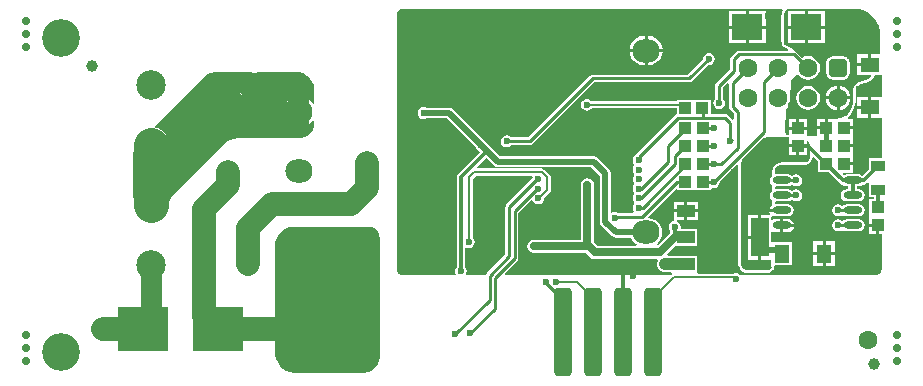
<source format=gtl>
G04 Layer_Physical_Order=1*
G04 Layer_Color=255*
%FSLAX44Y44*%
%MOMM*%
G71*
G01*
G75*
%ADD10C,1.0000*%
%ADD11R,1.0000X1.0000*%
%ADD12R,1.0000X1.0000*%
%ADD13R,1.5000X3.2500*%
%ADD14R,1.5000X1.0000*%
%ADD15R,2.6000X2.2000*%
%ADD16O,1.6000X0.6000*%
%ADD17R,1.6000X1.3000*%
%ADD18R,1.3000X1.6000*%
G04:AMPARAMS|DCode=19|XSize=1.524mm|YSize=7.5mm|CornerRadius=0.381mm|HoleSize=0mm|Usage=FLASHONLY|Rotation=0.000|XOffset=0mm|YOffset=0mm|HoleType=Round|Shape=RoundedRectangle|*
%AMROUNDEDRECTD19*
21,1,1.5240,6.7380,0,0,0.0*
21,1,0.7620,7.5000,0,0,0.0*
1,1,0.7620,0.3810,-3.3690*
1,1,0.7620,-0.3810,-3.3690*
1,1,0.7620,-0.3810,3.3690*
1,1,0.7620,0.3810,3.3690*
%
%ADD19ROUNDEDRECTD19*%
%ADD20R,4.2000X3.8000*%
%ADD21R,1.2000X0.9000*%
%ADD22C,1.8000*%
%ADD23C,0.2000*%
%ADD24C,0.2540*%
%ADD25C,0.3000*%
%ADD26C,0.5000*%
%ADD27C,2.0000*%
%ADD28C,1.0000*%
%ADD29C,0.7000*%
%ADD30C,0.4000*%
%ADD31C,3.0000*%
%ADD32C,0.7000*%
%ADD33C,2.5000*%
%ADD34C,3.2000*%
%ADD35O,1.6000X1.9000*%
%ADD36O,1.6000X1.8000*%
%ADD37C,1.6000*%
G04:AMPARAMS|DCode=38|XSize=1.6mm|YSize=1.6mm|CornerRadius=0.4mm|HoleSize=0mm|Usage=FLASHONLY|Rotation=0.000|XOffset=0mm|YOffset=0mm|HoleType=Round|Shape=RoundedRectangle|*
%AMROUNDEDRECTD38*
21,1,1.6000,0.8000,0,0,0.0*
21,1,0.8000,1.6000,0,0,0.0*
1,1,0.8000,0.4000,-0.4000*
1,1,0.8000,-0.4000,-0.4000*
1,1,0.8000,-0.4000,0.4000*
1,1,0.8000,0.4000,0.4000*
%
%ADD38ROUNDEDRECTD38*%
%ADD39O,2.3000X2.0000*%
%ADD40O,1.2000X1.6000*%
%ADD41C,0.6000*%
G36*
X701633Y315683D02*
X705789Y314287D01*
X709592Y312106D01*
X712895Y309224D01*
X715571Y305751D01*
X717517Y301822D01*
X718657Y297589D01*
X718802Y295402D01*
X718802Y277738D01*
X711270D01*
Y268698D01*
X710000D01*
Y267428D01*
X699460D01*
Y259658D01*
X710896D01*
X711267Y258388D01*
X709670Y257073D01*
X708642Y256396D01*
X701597Y254409D01*
X700409Y253984D01*
X698328Y252572D01*
X698034Y252175D01*
X697417Y251763D01*
X696312Y250109D01*
X695924Y248158D01*
X696054Y247503D01*
X696025Y246888D01*
X696009Y245745D01*
X695992Y243459D01*
X695992Y241173D01*
X696009Y238887D01*
X696025Y237744D01*
X695686Y236031D01*
X694575Y232720D01*
X693048Y229579D01*
X691130Y226660D01*
X689992Y225336D01*
X689207Y224892D01*
X687545Y224188D01*
X685815Y223680D01*
X684037Y223373D01*
X683136Y223322D01*
X682697Y223189D01*
X681987Y222739D01*
X680742Y222678D01*
X680742Y222678D01*
X674472D01*
Y215138D01*
X673202D01*
Y213868D01*
X665662D01*
Y208136D01*
X656492D01*
Y213748D01*
X648952D01*
X641412D01*
Y209557D01*
X639648D01*
X639024Y210181D01*
X638306Y211917D01*
X638307Y212857D01*
X638306Y215058D01*
X638437Y219460D01*
X638699Y223855D01*
X639091Y228241D01*
X639352Y230427D01*
X640351Y233128D01*
X640996Y235444D01*
X641035Y235495D01*
X642043Y237927D01*
X642386Y240538D01*
X642302Y241174D01*
X642821Y244356D01*
X643117Y250106D01*
X643027Y252984D01*
X643037Y253716D01*
X643394Y255137D01*
X644069Y256437D01*
X645026Y257547D01*
X645619Y257976D01*
X647930Y259711D01*
X649081Y259789D01*
X649644Y260009D01*
X650568Y258806D01*
X652657Y257203D01*
X655089Y256195D01*
X657700Y255852D01*
X660311Y256195D01*
X662743Y257203D01*
X664832Y258806D01*
X666435Y260895D01*
X667443Y263328D01*
X667786Y265938D01*
X667443Y268549D01*
X666435Y270981D01*
X664832Y273070D01*
X662743Y274673D01*
X660311Y275681D01*
X657700Y276024D01*
X655089Y275681D01*
X652775Y274722D01*
X647772Y279725D01*
X646690Y280448D01*
X645911Y280603D01*
X645455Y281042D01*
X645455Y281042D01*
X644787Y281652D01*
X643361Y282763D01*
X641826Y283718D01*
X640200Y284508D01*
X639359Y284838D01*
X638923Y285081D01*
X638193Y285762D01*
X637646Y286597D01*
X637316Y287539D01*
X637268Y288036D01*
Y291846D01*
Y310134D01*
X637268Y310134D01*
X637281Y311398D01*
X637802Y313117D01*
X639035Y314753D01*
X640758Y315862D01*
X641757Y316086D01*
X695097Y316086D01*
Y316086D01*
X697284Y316238D01*
X701633Y315683D01*
D02*
G37*
G36*
X159517Y262128D02*
X175034Y262128D01*
X175596Y260989D01*
X174807Y259961D01*
X173745Y257397D01*
X173419Y254916D01*
X184014D01*
X194609D01*
X194283Y257397D01*
X193221Y259961D01*
X192432Y260989D01*
X192994Y262128D01*
X194564D01*
X224536Y262128D01*
X226037Y262128D01*
X228981Y261542D01*
X231755Y260394D01*
X234251Y258726D01*
X236374Y256603D01*
X238041Y254107D01*
X239190Y251333D01*
X239776Y248389D01*
X239776Y246888D01*
X239776D01*
Y236176D01*
X238506Y235745D01*
X237043Y237652D01*
X234423Y239662D01*
X231373Y240925D01*
X228099Y241356D01*
X227869D01*
Y228708D01*
Y216060D01*
X228099D01*
X231373Y216491D01*
X234423Y217754D01*
X237043Y219764D01*
X238506Y221671D01*
X239776Y221240D01*
Y219456D01*
X239776Y218230D01*
X239298Y215826D01*
X238360Y213561D01*
X236998Y211522D01*
X235264Y209788D01*
X233225Y208426D01*
X230960Y207488D01*
X228556Y207010D01*
X227330Y207010D01*
X178415Y207010D01*
X175925Y206888D01*
X171042Y205916D01*
X166441Y204011D01*
X162301Y201245D01*
X160455Y199571D01*
X160455D01*
X160455Y199571D01*
X133350Y172466D01*
X122755Y161871D01*
X121081Y160025D01*
X118315Y155884D01*
X117319Y153479D01*
X115971Y153545D01*
X115308Y155730D01*
X113912Y158343D01*
X112032Y160633D01*
X109742Y162513D01*
X107129Y163909D01*
X104294Y164769D01*
X102616Y164935D01*
Y149947D01*
X100076D01*
Y164935D01*
X98398Y164769D01*
X95563Y163909D01*
X92950Y162513D01*
X90660Y160633D01*
X88780Y158343D01*
X87384Y155730D01*
X87376Y155705D01*
X86106Y155894D01*
Y194800D01*
X87376Y194989D01*
X87384Y194963D01*
X88780Y192351D01*
X90660Y190061D01*
X92950Y188181D01*
X95563Y186784D01*
X98398Y185924D01*
X100076Y185759D01*
Y200747D01*
X101346D01*
Y202017D01*
X116334D01*
X116168Y203695D01*
X115308Y206530D01*
X113912Y209143D01*
X112032Y211433D01*
X109742Y213313D01*
X107129Y214709D01*
X104719Y215440D01*
X104699Y216774D01*
X104768Y216796D01*
X147622Y259651D01*
X148914Y260531D01*
X151792Y261754D01*
X154854Y262391D01*
X157981Y262419D01*
X159517Y262128D01*
D02*
G37*
G36*
X636638Y314960D02*
X636174Y314345D01*
X636018Y314023D01*
X635850Y313708D01*
X635330Y311989D01*
X635302Y311702D01*
X635243Y311420D01*
X635229Y310156D01*
X635231Y310145D01*
X635229Y310134D01*
Y291846D01*
Y288036D01*
X635248Y287939D01*
X635238Y287840D01*
X635286Y287344D01*
X635357Y287108D01*
X635392Y286864D01*
X635722Y285922D01*
X635848Y285710D01*
X635940Y285481D01*
X636486Y284646D01*
X636658Y284470D01*
X636802Y284270D01*
X637532Y283590D01*
X637742Y283460D01*
X637929Y283300D01*
X638365Y283057D01*
X638497Y283015D01*
X638614Y282940D01*
X639382Y282639D01*
X640839Y281931D01*
X640410Y280702D01*
X598932D01*
X597656Y280448D01*
X596575Y279725D01*
X593018Y276169D01*
X592296Y275088D01*
X592042Y273812D01*
Y265033D01*
X580047Y253037D01*
X579324Y251956D01*
X579070Y250680D01*
Y239994D01*
X578817Y239825D01*
X577712Y238171D01*
X577324Y236220D01*
X577712Y234269D01*
X578817Y232615D01*
X580471Y231510D01*
X582422Y231122D01*
X584373Y231510D01*
X586027Y232615D01*
X587132Y234269D01*
X587520Y236220D01*
X587132Y238171D01*
X586027Y239825D01*
X585738Y240018D01*
Y249299D01*
X589248Y252809D01*
X590518Y252283D01*
Y233172D01*
X590772Y231896D01*
X591494Y230814D01*
X594738Y227571D01*
Y222541D01*
X593468Y222015D01*
X589605Y225877D01*
X588524Y226600D01*
X587248Y226854D01*
X575332D01*
Y238902D01*
X561332D01*
Y238902D01*
X560332D01*
Y238902D01*
X546332D01*
Y237827D01*
X474422D01*
X474057Y238373D01*
X472403Y239478D01*
X470452Y239866D01*
X468501Y239478D01*
X466847Y238373D01*
X465742Y236719D01*
X465354Y234768D01*
X465742Y232817D01*
X466847Y231163D01*
X468501Y230058D01*
X470452Y229670D01*
X472403Y230058D01*
X474057Y231163D01*
X474422Y231709D01*
X546332D01*
Y226606D01*
X546304Y226600D01*
X545222Y225877D01*
X511914Y192570D01*
X511475Y191913D01*
X510667Y191373D01*
X509562Y189719D01*
X509174Y187768D01*
X509562Y185817D01*
X510667Y184163D01*
Y183373D01*
X509562Y181719D01*
X509174Y179768D01*
X509562Y177817D01*
X510327Y176673D01*
X510564Y175768D01*
X510327Y174863D01*
X509562Y173719D01*
X509174Y171768D01*
X509562Y169817D01*
X510667Y168163D01*
Y167373D01*
X509562Y165719D01*
X509174Y163768D01*
X509562Y161817D01*
X510327Y160673D01*
X510564Y159768D01*
X510327Y158863D01*
X509562Y157719D01*
X509174Y155768D01*
X509562Y153817D01*
X510327Y152673D01*
X510564Y151768D01*
X510327Y150863D01*
X509562Y149719D01*
X509174Y147768D01*
X509562Y145817D01*
X510387Y144582D01*
X509829Y143312D01*
X496465D01*
X495963Y143648D01*
X494012Y144036D01*
X492061Y143648D01*
X491864Y143516D01*
X490744Y144115D01*
Y176784D01*
X490395Y178540D01*
X489400Y180028D01*
X479494Y189934D01*
X478006Y190929D01*
X476250Y191278D01*
X396711D01*
X385735Y202254D01*
X385692Y202469D01*
X384587Y204123D01*
X382933Y205228D01*
X382718Y205271D01*
X356906Y231082D01*
X355418Y232077D01*
X353662Y232426D01*
X334375D01*
X334193Y232548D01*
X332242Y232936D01*
X330291Y232548D01*
X328637Y231443D01*
X327532Y229789D01*
X327144Y227838D01*
X327532Y225887D01*
X328637Y224233D01*
X330291Y223128D01*
X332242Y222740D01*
X334193Y223128D01*
X334375Y223250D01*
X351762D01*
X376229Y198782D01*
X376272Y198567D01*
X377377Y196913D01*
X378987Y195838D01*
X379036Y195797D01*
X379581Y194636D01*
X361205Y176259D01*
X360431Y175102D01*
X360159Y173736D01*
Y97609D01*
X360123Y97585D01*
X359018Y95931D01*
X358630Y93980D01*
X359018Y92029D01*
X359342Y91544D01*
X358744Y90424D01*
X313627D01*
X311667Y91236D01*
X310166Y92737D01*
X309354Y94697D01*
Y95758D01*
Y281178D01*
Y310276D01*
X309608Y311552D01*
X310106Y312754D01*
X310828Y313836D01*
X311748Y314756D01*
X312830Y315478D01*
X314032Y315976D01*
X315308Y316230D01*
X636005D01*
X636638Y314960D01*
D02*
G37*
G36*
X720000Y260198D02*
X720580Y259168D01*
Y242991D01*
X720540Y241738D01*
X719310Y241738D01*
X711270D01*
Y232698D01*
Y223658D01*
X720540Y223658D01*
X720580Y222405D01*
Y189474D01*
X709042D01*
Y180021D01*
X703616Y174594D01*
X702413Y175398D01*
X700462Y175786D01*
X690462D01*
X688511Y175398D01*
X687910Y174996D01*
X686962Y175945D01*
X687448Y177118D01*
X695742D01*
Y183388D01*
X688202D01*
Y185928D01*
X695742D01*
Y191088D01*
X695742Y192198D01*
X695742Y193468D01*
Y198628D01*
X688202D01*
Y201168D01*
X695742D01*
Y206328D01*
X695742Y207438D01*
X695742Y208708D01*
Y213868D01*
X688202D01*
Y216408D01*
X695742D01*
Y222678D01*
X691916D01*
X691554Y223295D01*
X691463Y223948D01*
X691538Y224007D01*
X692676Y225331D01*
X692741Y225446D01*
X692834Y225541D01*
X694752Y228459D01*
X694802Y228582D01*
X694882Y228687D01*
X696409Y231828D01*
X696442Y231956D01*
X696508Y232071D01*
X697619Y235382D01*
X697636Y235513D01*
X697687Y235636D01*
X698025Y237349D01*
X698025Y237562D01*
X698064Y237771D01*
X698048Y238908D01*
X698031Y241182D01*
X698031Y243450D01*
X698048Y245724D01*
X698063Y246825D01*
X698091Y247405D01*
X698054Y247652D01*
Y247901D01*
X698003Y248158D01*
X698233Y249313D01*
X698887Y250293D01*
X699166Y250479D01*
X699413Y250726D01*
X699672Y250961D01*
X699760Y251079D01*
X701340Y252151D01*
X702218Y252465D01*
X709196Y254434D01*
X709474Y254575D01*
X709763Y254693D01*
X710791Y255369D01*
X710869Y255446D01*
X710966Y255498D01*
X712563Y256814D01*
X712808Y257113D01*
X713056Y257409D01*
X713060Y257420D01*
X713067Y257430D01*
X713179Y257799D01*
X713295Y258168D01*
X713294Y258180D01*
X713297Y258191D01*
X713259Y258577D01*
X713227Y258928D01*
X713221Y259218D01*
X714051Y260198D01*
X720000D01*
D02*
G37*
G36*
X666202Y186611D02*
Y177658D01*
X675155D01*
X684649Y168165D01*
X685806Y167391D01*
X686781Y167197D01*
X686857Y167083D01*
X688511Y165978D01*
X690462Y165590D01*
X691893D01*
Y163086D01*
X690462D01*
X688511Y162698D01*
X686857Y161593D01*
X685752Y159939D01*
X685364Y157988D01*
X685752Y156037D01*
X686857Y154383D01*
X688511Y153278D01*
X690462Y152890D01*
X700462D01*
X702413Y153278D01*
X704067Y154383D01*
X705172Y156037D01*
X705560Y157988D01*
X705172Y159939D01*
X704067Y161593D01*
X702413Y162698D01*
X700462Y163086D01*
X699031D01*
Y165590D01*
X700462D01*
X702413Y165978D01*
X704067Y167083D01*
X704091Y167119D01*
X704756D01*
X706122Y167391D01*
X707279Y168165D01*
X707772Y168657D01*
X709042Y168131D01*
Y156474D01*
X713473D01*
Y154962D01*
X709534D01*
Y140962D01*
X708994Y140502D01*
X708994D01*
Y134232D01*
X716534D01*
Y132962D01*
X717804D01*
Y125422D01*
X720580D01*
Y95511D01*
X719613Y93177D01*
X717827Y91391D01*
X715493Y90424D01*
X600605D01*
X600233Y90981D01*
X598579Y92086D01*
X596628Y92474D01*
X594677Y92086D01*
X594379Y91887D01*
X564254D01*
X563702Y92928D01*
Y106928D01*
X554661D01*
X554202Y106988D01*
X538962D01*
X538476Y108162D01*
X545742Y115428D01*
X563702D01*
Y129428D01*
X550535D01*
X549729Y130410D01*
X549910Y131318D01*
X549522Y133269D01*
X548417Y134923D01*
X546763Y136028D01*
X546310Y136118D01*
X546435Y137388D01*
X552932D01*
Y143658D01*
X544162D01*
Y137582D01*
X544162Y137388D01*
X543887Y136232D01*
X542861Y136028D01*
X541207Y134923D01*
X540102Y133269D01*
X539714Y131318D01*
X540102Y129367D01*
X541128Y127832D01*
X540959Y126468D01*
X540847Y126393D01*
X530259Y115805D01*
X529801Y115892D01*
X529479Y117245D01*
X530658Y118149D01*
X532581Y120656D01*
X533790Y123575D01*
X534203Y126708D01*
X533790Y129841D01*
X532581Y132760D01*
X530658Y135267D01*
X528151Y137190D01*
X525232Y138399D01*
X522465Y138764D01*
X521870Y139965D01*
X545649Y163744D01*
X546822Y163258D01*
Y162418D01*
X560822D01*
Y162418D01*
X561822D01*
Y162418D01*
X575822D01*
Y163425D01*
X577092Y164467D01*
X577832Y164320D01*
X579783Y164708D01*
X581437Y165813D01*
X582542Y167467D01*
X582930Y169418D01*
X582866Y169737D01*
X597383Y184254D01*
X598653Y183728D01*
Y182118D01*
Y105918D01*
Y99575D01*
X598808Y98794D01*
X599775Y96461D01*
X600217Y95799D01*
X602003Y94013D01*
X602665Y93571D01*
X604999Y92604D01*
X605779Y92449D01*
X623293D01*
X624073Y92604D01*
X625940Y93377D01*
X626601Y93819D01*
X628031Y95248D01*
X628473Y95910D01*
X628473Y95910D01*
X628714Y96493D01*
X628753Y96690D01*
X628830Y96876D01*
Y97077D01*
X628869Y97274D01*
X628836Y97442D01*
X628830Y97472D01*
X629078Y98026D01*
X629329Y98385D01*
X629492Y98534D01*
X629780Y98712D01*
X643770D01*
Y118712D01*
X626770D01*
X626202Y119747D01*
Y127244D01*
X627472Y127923D01*
X628300Y127369D01*
X630462Y126939D01*
X634192D01*
Y132588D01*
Y138237D01*
X630462D01*
X628300Y137807D01*
X627472Y137253D01*
X626202Y137932D01*
Y139597D01*
X626285Y139642D01*
X626349Y139720D01*
X626433Y139776D01*
X626600Y140025D01*
X626790Y140257D01*
X626923Y140507D01*
X628155Y140816D01*
X628511Y140578D01*
X630462Y140190D01*
X640462D01*
X642413Y140578D01*
X644067Y141683D01*
X645172Y143337D01*
X645560Y145288D01*
X645172Y147239D01*
X644067Y148893D01*
X642413Y149998D01*
X640462Y150386D01*
X630462D01*
X629670Y151305D01*
Y151948D01*
X630704Y152890D01*
X640462D01*
X642413Y153278D01*
X644067Y154383D01*
X644077D01*
X645731Y153278D01*
X647682Y152890D01*
X649633Y153278D01*
X651287Y154383D01*
X652392Y156037D01*
X652780Y157988D01*
X652392Y159939D01*
X651287Y161593D01*
X649633Y162698D01*
X647682Y163086D01*
X645731Y162698D01*
X644077Y161593D01*
X644067D01*
X642413Y162698D01*
X640462Y163086D01*
X630462D01*
X629670Y164005D01*
Y164648D01*
X630704Y165590D01*
X640462D01*
X642413Y165978D01*
X644067Y167083D01*
X644077D01*
X645731Y165978D01*
X647682Y165590D01*
X649633Y165978D01*
X651287Y167083D01*
X652392Y168737D01*
X652780Y170688D01*
X652392Y172639D01*
X651287Y174293D01*
X649633Y175398D01*
X647682Y175786D01*
X645731Y175398D01*
X644077Y174293D01*
X644067D01*
X642413Y175398D01*
X640462Y175786D01*
X630462D01*
X630383Y175770D01*
X629401Y176576D01*
Y178258D01*
X629428Y178805D01*
X629651Y179925D01*
X630069Y180934D01*
X630676Y181842D01*
X631448Y182614D01*
X632356Y183221D01*
X633365Y183639D01*
X634485Y183862D01*
X635032Y183889D01*
X655042D01*
X655823Y184044D01*
X657690Y184817D01*
X658352Y185259D01*
X659781Y186688D01*
X660223Y187350D01*
X660223Y187350D01*
X660996Y189217D01*
X660996Y189217D01*
X661129Y189888D01*
X661620Y190197D01*
X662325Y190489D01*
X666202Y186611D01*
D02*
G37*
G36*
X285623Y131699D02*
X286536Y131699D01*
X288327Y131343D01*
X290014Y130644D01*
X291533Y129629D01*
X292824Y128338D01*
X293839Y126819D01*
X294538Y125132D01*
X294842Y123601D01*
X294894Y122429D01*
Y122428D01*
X294894D01*
X294894Y122428D01*
Y21844D01*
Y20443D01*
X294347Y17695D01*
X293275Y15106D01*
X291719Y12777D01*
X289737Y10796D01*
X287408Y9239D01*
X284819Y8167D01*
X282071Y7620D01*
X223774D01*
X222098Y7620D01*
X218810Y8274D01*
X215713Y9557D01*
X212926Y11419D01*
X210555Y13790D01*
X208693Y16577D01*
X207410Y19674D01*
X206756Y22962D01*
X206756Y24638D01*
Y64516D01*
X206756Y115824D01*
Y117388D01*
X207366Y120455D01*
X208563Y123344D01*
X210300Y125944D01*
X212511Y128155D01*
X215111Y129892D01*
X218000Y131089D01*
X221067Y131699D01*
X222631Y131699D01*
X222631Y131699D01*
X285623Y131699D01*
D02*
G37*
G36*
X391566Y183446D02*
X393054Y182451D01*
X394810Y182102D01*
X474350D01*
X481568Y174883D01*
Y135382D01*
X481917Y133626D01*
X482912Y132138D01*
X491586Y123464D01*
X493074Y122469D01*
X494830Y122120D01*
X508011D01*
X508617Y120656D01*
X510541Y118149D01*
X512552Y116606D01*
X512121Y115336D01*
X479589D01*
X476524Y118401D01*
Y167132D01*
X476097Y169278D01*
X474881Y171097D01*
X473062Y172313D01*
X470916Y172740D01*
X468770Y172313D01*
X466951Y171097D01*
X465735Y169278D01*
X465308Y167132D01*
Y120576D01*
X425526D01*
X423380Y120149D01*
X421561Y118933D01*
X420345Y117114D01*
X419918Y114968D01*
X420345Y112822D01*
X421561Y111003D01*
X423380Y109787D01*
X425526Y109360D01*
X469703D01*
X473301Y105763D01*
X475120Y104547D01*
X477266Y104120D01*
X529720D01*
X530466Y102850D01*
X530012Y101755D01*
X529772Y99928D01*
X530012Y98101D01*
X530718Y96398D01*
X531839Y94936D01*
X533302Y93813D01*
X535005Y93108D01*
X536832Y92868D01*
X542010D01*
X542754Y91690D01*
X542741Y91598D01*
X541833Y90991D01*
X541266Y90424D01*
X401344D01*
X400858Y91597D01*
X411552Y102290D01*
X412274Y103372D01*
X412528Y104648D01*
Y143176D01*
X423333Y153981D01*
X424724Y153575D01*
X425667Y152163D01*
X427321Y151058D01*
X429272Y150670D01*
X431223Y151058D01*
X432877Y152163D01*
X433982Y153817D01*
X434370Y155768D01*
X434322Y156007D01*
X439043Y160728D01*
X439706Y161720D01*
X439939Y162891D01*
X439939Y162891D01*
Y173228D01*
X439939Y173228D01*
X439706Y174398D01*
X439043Y175391D01*
X439043Y175391D01*
X434503Y179931D01*
X433511Y180594D01*
X432340Y180827D01*
X432340Y180827D01*
X377525D01*
X377039Y182000D01*
X385025Y189986D01*
X391566Y183446D01*
D02*
G37*
G36*
X424506Y173439D02*
X424294Y172372D01*
X402296Y150375D01*
X401574Y149293D01*
X401320Y148017D01*
Y108093D01*
X385755Y92528D01*
X385032Y91446D01*
X384828Y90424D01*
X368713D01*
X368114Y91544D01*
X368438Y92029D01*
X368826Y93980D01*
X368438Y95931D01*
X367333Y97585D01*
X367297Y97609D01*
Y113455D01*
X368417Y114054D01*
X368635Y113908D01*
X370586Y113520D01*
X372537Y113908D01*
X374191Y115013D01*
X375296Y116667D01*
X375684Y118618D01*
X375296Y120569D01*
X374191Y122223D01*
X373645Y122588D01*
Y171961D01*
X376393Y174709D01*
X423813D01*
X424506Y173439D01*
D02*
G37*
G36*
X641412Y201288D02*
X648952D01*
X656492D01*
Y203845D01*
X657762Y204230D01*
X658245Y203507D01*
X658819Y202121D01*
X659112Y200648D01*
Y189998D01*
X658339Y188130D01*
X656910Y186701D01*
X655042Y185928D01*
X634982D01*
X634235Y185891D01*
X632770Y185600D01*
X631390Y185028D01*
X630148Y184198D01*
X629092Y183142D01*
X628262Y181900D01*
X627690Y180520D01*
X627399Y179055D01*
X627362Y178308D01*
Y174630D01*
X626857Y174293D01*
X625752Y172639D01*
X625364Y170688D01*
X625752Y168737D01*
X626857Y167083D01*
X627362Y166746D01*
Y161930D01*
X626857Y161593D01*
X625752Y159939D01*
X625364Y157988D01*
X625752Y156037D01*
X626857Y154383D01*
X627362Y154046D01*
Y149880D01*
X626468Y149282D01*
X625243Y147450D01*
X625066Y146558D01*
X635462D01*
Y144018D01*
X625066D01*
X625243Y143126D01*
X625670Y142488D01*
X624991Y141218D01*
X617972D01*
Y122428D01*
Y103638D01*
X626230D01*
Y98172D01*
X626230D01*
X626830Y97274D01*
X626589Y96690D01*
X625160Y95261D01*
X623293Y94488D01*
X605779D01*
X603445Y95455D01*
X601659Y97241D01*
X600692Y99575D01*
Y105918D01*
Y182118D01*
Y184620D01*
X601423Y188294D01*
X619916Y206787D01*
X623590Y207518D01*
X641412D01*
Y201288D01*
D02*
G37*
%LPC*%
G36*
X671712Y313768D02*
X657442D01*
Y301498D01*
X671712D01*
Y313768D01*
D02*
G37*
G36*
X654902D02*
X640632D01*
Y301498D01*
X654902D01*
Y313768D01*
D02*
G37*
G36*
X671712Y298958D02*
X657442D01*
Y286688D01*
X671712D01*
Y298958D01*
D02*
G37*
G36*
X654902D02*
X640632D01*
Y286688D01*
X654902D01*
Y298958D01*
D02*
G37*
G36*
X708730Y277738D02*
X699460D01*
Y269968D01*
X708730D01*
Y277738D01*
D02*
G37*
G36*
X687100Y276056D02*
X679100D01*
X676759Y275590D01*
X674774Y274264D01*
X673448Y272279D01*
X672982Y269938D01*
Y261938D01*
X673448Y259597D01*
X674774Y257612D01*
X676759Y256286D01*
X679100Y255821D01*
X687100D01*
X689441Y256286D01*
X691426Y257612D01*
X692752Y259597D01*
X693218Y261938D01*
Y269938D01*
X692752Y272279D01*
X691426Y274264D01*
X689441Y275590D01*
X687100Y276056D01*
D02*
G37*
G36*
X684370Y251002D02*
Y241808D01*
X693564D01*
X693369Y243290D01*
X692307Y245854D01*
X690617Y248055D01*
X688416Y249745D01*
X685852Y250807D01*
X684370Y251002D01*
D02*
G37*
G36*
X681830D02*
X680349Y250807D01*
X677785Y249745D01*
X675583Y248055D01*
X673893Y245854D01*
X672831Y243290D01*
X672636Y241808D01*
X681830D01*
Y251002D01*
D02*
G37*
G36*
X657700Y250624D02*
X655089Y250281D01*
X652657Y249273D01*
X650568Y247670D01*
X648965Y245581D01*
X647957Y243148D01*
X647614Y240538D01*
X647957Y237927D01*
X648965Y235495D01*
X650568Y233406D01*
X652657Y231803D01*
X655089Y230795D01*
X657700Y230452D01*
X660311Y230795D01*
X662743Y231803D01*
X664832Y233406D01*
X666435Y235495D01*
X667443Y237927D01*
X667786Y240538D01*
X667443Y243148D01*
X666435Y245581D01*
X664832Y247670D01*
X662743Y249273D01*
X660311Y250281D01*
X657700Y250624D01*
D02*
G37*
G36*
X693564Y239268D02*
X684370D01*
Y230074D01*
X685852Y230269D01*
X688416Y231331D01*
X690617Y233021D01*
X692307Y235222D01*
X693369Y237787D01*
X693564Y239268D01*
D02*
G37*
G36*
X681830D02*
X672636D01*
X672831Y237787D01*
X673893Y235222D01*
X675583Y233021D01*
X677785Y231331D01*
X680349Y230269D01*
X681830Y230074D01*
Y239268D01*
D02*
G37*
G36*
X671932Y222678D02*
X665662D01*
Y216408D01*
X671932D01*
Y222678D01*
D02*
G37*
G36*
X656492Y222558D02*
X650222D01*
Y216288D01*
X656492D01*
Y222558D01*
D02*
G37*
G36*
X647682D02*
X641412D01*
Y216288D01*
X647682D01*
Y222558D01*
D02*
G37*
G36*
X194609Y252376D02*
X185284D01*
Y242182D01*
X186765Y242377D01*
X189329Y243439D01*
X191531Y245129D01*
X193221Y247331D01*
X194283Y249895D01*
X194609Y252376D01*
D02*
G37*
G36*
X182744D02*
X173419D01*
X173745Y249895D01*
X174807Y247331D01*
X176497Y245129D01*
X178698Y243439D01*
X181262Y242377D01*
X182744Y242182D01*
Y252376D01*
D02*
G37*
G36*
X225329Y241356D02*
X225099D01*
X221826Y240925D01*
X218775Y239662D01*
X216155Y237652D01*
X214145Y235032D01*
X212882Y231982D01*
X212618Y229978D01*
X225329D01*
Y241356D01*
D02*
G37*
G36*
Y227438D02*
X212618D01*
X212882Y225434D01*
X214145Y222384D01*
X216155Y219764D01*
X218775Y217754D01*
X221826Y216491D01*
X225099Y216060D01*
X225329D01*
Y227438D01*
D02*
G37*
G36*
X116334Y199477D02*
X102616D01*
Y185759D01*
X104294Y185924D01*
X107129Y186784D01*
X109742Y188181D01*
X112032Y190061D01*
X113912Y192351D01*
X115308Y194963D01*
X116168Y197799D01*
X116334Y199477D01*
D02*
G37*
G36*
X621712Y313768D02*
X607442D01*
Y301498D01*
X621712D01*
Y313768D01*
D02*
G37*
G36*
X604902D02*
X590632D01*
Y301498D01*
X604902D01*
Y313768D01*
D02*
G37*
G36*
X621712Y298958D02*
X607442D01*
Y286688D01*
X621712D01*
Y298958D01*
D02*
G37*
G36*
X604902D02*
X590632D01*
Y286688D01*
X604902D01*
Y298958D01*
D02*
G37*
G36*
X522099Y293356D02*
X521869D01*
Y281978D01*
X534580D01*
X534316Y283982D01*
X533053Y287032D01*
X531043Y289652D01*
X528423Y291662D01*
X525373Y292925D01*
X522099Y293356D01*
D02*
G37*
G36*
X519329D02*
X519099D01*
X515826Y292925D01*
X512775Y291662D01*
X510155Y289652D01*
X508145Y287032D01*
X506882Y283982D01*
X506618Y281978D01*
X519329D01*
Y293356D01*
D02*
G37*
G36*
X573786Y278656D02*
X571835Y278268D01*
X570181Y277163D01*
X569076Y275509D01*
X568688Y273558D01*
X568752Y273239D01*
X555895Y260382D01*
X475488Y260382D01*
X474212Y260128D01*
X473130Y259405D01*
X420827Y207102D01*
X406418D01*
X406237Y207373D01*
X404583Y208478D01*
X402632Y208866D01*
X400681Y208478D01*
X399027Y207373D01*
X397922Y205719D01*
X397534Y203768D01*
X397922Y201817D01*
X399027Y200163D01*
X400681Y199058D01*
X402632Y198670D01*
X404583Y199058D01*
X406237Y200163D01*
X406418Y200434D01*
X422208D01*
X423484Y200688D01*
X424566Y201411D01*
X476869Y253714D01*
X557276Y253714D01*
X558552Y253968D01*
X559634Y254690D01*
X573467Y268524D01*
X573786Y268460D01*
X575737Y268848D01*
X577391Y269953D01*
X578496Y271607D01*
X578884Y273558D01*
X578496Y275509D01*
X577391Y277163D01*
X575737Y278268D01*
X573786Y278656D01*
D02*
G37*
G36*
X534580Y279438D02*
X521869D01*
Y268060D01*
X522099D01*
X525373Y268491D01*
X528423Y269754D01*
X531043Y271764D01*
X533053Y274384D01*
X534316Y277434D01*
X534580Y279438D01*
D02*
G37*
G36*
X519329D02*
X506618D01*
X506882Y277434D01*
X508145Y274384D01*
X510155Y271764D01*
X512775Y269754D01*
X515826Y268491D01*
X519099Y268060D01*
X519329D01*
Y279438D01*
D02*
G37*
G36*
X708730Y241738D02*
X699460D01*
Y233968D01*
X708730D01*
Y241738D01*
D02*
G37*
G36*
Y231428D02*
X699460D01*
Y223658D01*
X708730D01*
Y231428D01*
D02*
G37*
G36*
X700462Y150386D02*
X690462D01*
X688511Y149998D01*
X686857Y148893D01*
X686847D01*
X685193Y149998D01*
X683242Y150386D01*
X681291Y149998D01*
X679637Y148893D01*
X678532Y147239D01*
X678144Y145288D01*
X678532Y143337D01*
X679637Y141683D01*
X681291Y140578D01*
X683242Y140190D01*
X685193Y140578D01*
X686847Y141683D01*
X686857D01*
X688511Y140578D01*
X690462Y140190D01*
X700462D01*
X702413Y140578D01*
X704067Y141683D01*
X705172Y143337D01*
X705560Y145288D01*
X705172Y147239D01*
X704067Y148893D01*
X702413Y149998D01*
X700462Y150386D01*
D02*
G37*
G36*
X564242Y152468D02*
X555472D01*
Y146198D01*
X564242D01*
Y152468D01*
D02*
G37*
G36*
X552932D02*
X544162D01*
Y146198D01*
X552932D01*
Y152468D01*
D02*
G37*
G36*
X564242Y143658D02*
X555472D01*
Y137388D01*
X564242D01*
Y143658D01*
D02*
G37*
G36*
X700462Y137686D02*
X690462D01*
X688511Y137298D01*
X686857Y136193D01*
X686847D01*
X685193Y137298D01*
X683242Y137686D01*
X681291Y137298D01*
X679637Y136193D01*
X678532Y134539D01*
X678144Y132588D01*
X678532Y130637D01*
X679637Y128983D01*
X681291Y127878D01*
X683242Y127490D01*
X685193Y127878D01*
X686847Y128983D01*
X686857D01*
X688511Y127878D01*
X690462Y127490D01*
X700462D01*
X702413Y127878D01*
X704067Y128983D01*
X705172Y130637D01*
X705560Y132588D01*
X705172Y134539D01*
X704067Y136193D01*
X702413Y137298D01*
X700462Y137686D01*
D02*
G37*
G36*
X640462Y138237D02*
X636732D01*
Y133858D01*
X645858D01*
X645680Y134750D01*
X644456Y136582D01*
X642624Y137807D01*
X640462Y138237D01*
D02*
G37*
G36*
X645858Y131318D02*
X636732D01*
Y126939D01*
X640462D01*
X642624Y127369D01*
X644456Y128594D01*
X645680Y130426D01*
X645858Y131318D01*
D02*
G37*
G36*
X715264Y131692D02*
X708994D01*
Y125422D01*
X715264D01*
Y131692D01*
D02*
G37*
G36*
X680310Y119252D02*
X672540D01*
Y109982D01*
X680310D01*
Y119252D01*
D02*
G37*
G36*
X670000D02*
X662230D01*
Y109982D01*
X670000D01*
Y119252D01*
D02*
G37*
G36*
X680310Y107442D02*
X672540D01*
Y98172D01*
X680310D01*
Y107442D01*
D02*
G37*
G36*
X670000D02*
X662230D01*
Y98172D01*
X670000D01*
Y107442D01*
D02*
G37*
G36*
X656492Y198748D02*
X650222D01*
Y192478D01*
X656492D01*
Y198748D01*
D02*
G37*
G36*
X647682D02*
X641412D01*
Y192478D01*
X647682D01*
Y198748D01*
D02*
G37*
G36*
X615432Y141218D02*
X606662D01*
Y123698D01*
X615432D01*
Y141218D01*
D02*
G37*
G36*
Y121158D02*
X606662D01*
Y103638D01*
X615432D01*
Y121158D01*
D02*
G37*
%LPD*%
D10*
X713232Y15494D02*
D03*
X51308Y267208D02*
D03*
D11*
X568332Y231902D02*
D03*
X553332D02*
D03*
X673202Y199898D02*
D03*
X688202D02*
D03*
X673202Y184658D02*
D03*
X688202D02*
D03*
X553822Y169418D02*
D03*
X568822D02*
D03*
X553822Y184658D02*
D03*
X568822D02*
D03*
X553822Y199898D02*
D03*
X568822D02*
D03*
X553822Y215138D02*
D03*
X568822D02*
D03*
X673202D02*
D03*
X688202D02*
D03*
D12*
X648952Y215018D02*
D03*
Y200018D02*
D03*
X716534Y132962D02*
D03*
Y147962D02*
D03*
D13*
X616702Y122428D02*
D03*
D14*
X554202Y99928D02*
D03*
Y122428D02*
D03*
Y144928D02*
D03*
D15*
X606172Y300228D02*
D03*
X656172D02*
D03*
D16*
X635462Y170688D02*
D03*
Y157988D02*
D03*
Y145288D02*
D03*
Y132588D02*
D03*
X695462Y170688D02*
D03*
Y157988D02*
D03*
Y145288D02*
D03*
Y132588D02*
D03*
D17*
X710000Y268698D02*
D03*
Y232698D02*
D03*
D18*
X635270Y108712D02*
D03*
X671270D02*
D03*
D19*
X450342Y42164D02*
D03*
X475742D02*
D03*
X501142D02*
D03*
X526542D02*
D03*
D20*
X94234Y44704D02*
D03*
X157734D02*
D03*
D21*
X717042Y162974D02*
D03*
Y182974D02*
D03*
D22*
X180340Y254000D02*
X192532Y241808D01*
X157734Y254000D02*
X180340D01*
X177654Y228708D02*
X225329D01*
X192532Y253646D02*
X225552D01*
Y216283D02*
Y253646D01*
X225329Y216060D02*
X225552Y216283D01*
X157734Y44704D02*
X157735Y44705D01*
X101346Y149947D02*
Y152400D01*
X94233Y44703D02*
X101346Y51816D01*
Y99147D01*
X146304Y56136D02*
X157735Y44705D01*
X101346Y152400D02*
X177654Y228708D01*
D23*
X550466Y234768D02*
X553332Y231902D01*
X470452Y234768D02*
X550466D01*
X375126Y177768D02*
X432340D01*
X370586Y173228D02*
X375126Y177768D01*
X370586Y118618D02*
Y173228D01*
X386062Y100838D02*
X392684D01*
X380982Y105918D02*
X386062Y100838D01*
X432340Y177768D02*
X436880Y173228D01*
Y162891D02*
Y173228D01*
X429757Y155768D02*
X436880Y162891D01*
X429272Y155768D02*
X429757D01*
X595176Y88828D02*
X596628Y87376D01*
X444246Y84836D02*
X444500Y84582D01*
X472186Y45720D02*
X475742Y42164D01*
X444500Y84582D02*
X462026D01*
X472186Y74422D01*
Y45720D02*
Y74422D01*
X526542Y42164D02*
Y71374D01*
X543996Y88828D01*
X595176D01*
D24*
X402632Y203768D02*
X422208D01*
X568706Y223520D02*
X587248D01*
X547579D02*
X568706D01*
X568332Y231902D02*
X568706Y231528D01*
Y223520D02*
Y231528D01*
X587248Y223520D02*
X591802Y218966D01*
X514272Y190212D02*
X547579Y223520D01*
X591802Y204978D02*
Y218966D01*
X514272Y187768D02*
Y190212D01*
X539242Y199942D02*
X553822Y214522D01*
X539242Y186436D02*
Y199942D01*
X516574Y163768D02*
X539242Y186436D01*
X545338Y191414D02*
X553822Y199898D01*
X545338Y184658D02*
Y191414D01*
X516448Y155768D02*
X545338Y184658D01*
X598932Y277368D02*
X645414D01*
X595376Y273812D02*
X598932Y277368D01*
X546608Y169418D02*
X553822D01*
X517168Y139978D02*
X546608Y169418D01*
X495052Y139978D02*
X517168D01*
X517547Y147768D02*
X554130Y184350D01*
X514272Y147768D02*
X517547D01*
X514272Y155768D02*
X516448D01*
X514272Y163768D02*
X516574D01*
X404654Y148017D02*
X428405Y171768D01*
X404654Y106712D02*
Y148017D01*
X388112Y90170D02*
X404654Y106712D01*
X409194Y144557D02*
X428405Y163768D01*
X409194Y104648D02*
Y144557D01*
X392652Y88106D02*
X409194Y104648D01*
X388112Y69850D02*
Y90170D01*
X359156Y40894D02*
X388112Y69850D01*
X392652Y62198D02*
Y88106D01*
X371602Y41148D02*
X392652Y62198D01*
X428405Y163768D02*
X429272D01*
X428405Y171768D02*
X429272D01*
X553822Y214522D02*
Y215138D01*
X577832Y184658D02*
X584182D01*
X591802Y204978D02*
X593072D01*
X635462Y170688D02*
X647682D01*
X635462Y157988D02*
X647682D01*
X683242Y132588D02*
X695462D01*
X683242Y145288D02*
X695462D01*
X553822Y182238D02*
Y184658D01*
X568822Y169418D02*
X577832D01*
X568822Y215138D02*
X577832D01*
X568822Y199898D02*
X577832D01*
X568822Y184658D02*
X577832D01*
X494012Y138938D02*
X495052Y139978D01*
X645414Y277368D02*
X657272Y265510D01*
X582404Y235966D02*
Y250680D01*
X595376Y263652D01*
Y273812D01*
X593852Y253238D02*
X606552Y265938D01*
X593852Y233172D02*
Y253238D01*
Y233172D02*
X598072Y228952D01*
X584182Y184658D02*
X598072Y198548D01*
Y228952D01*
X577832Y169418D02*
X620268Y211854D01*
Y253906D01*
X632300Y265938D01*
X422208Y203768D02*
X475488Y257048D01*
X557276Y257048D01*
X573786Y273558D01*
D25*
X657842Y200018D02*
X673202Y184658D01*
X363728Y173736D02*
X385746Y195754D01*
X363728Y93980D02*
Y173736D01*
X544812Y122428D02*
X554202D01*
X544812D02*
Y131318D01*
X648952Y200018D02*
X657842D01*
X673202Y184658D02*
X687172Y170688D01*
X695462D01*
Y157988D02*
Y170688D01*
X435864Y84026D02*
Y84836D01*
Y84026D02*
X450342Y69548D01*
Y42164D02*
Y69548D01*
X501142Y42164D02*
Y94234D01*
X695462Y170688D02*
X704756D01*
X717042Y182974D01*
Y148470D02*
Y162974D01*
X716534Y147962D02*
X717042Y148470D01*
D26*
X380982Y200518D02*
X394810Y186690D01*
X494830Y126708D02*
X520599D01*
X616702Y112014D02*
X635270D01*
X616702D02*
Y122428D01*
X332242Y227838D02*
X353662D01*
X380982Y200518D01*
X486156Y135382D02*
X494830Y126708D01*
X394810Y186690D02*
X476250D01*
X486156Y176784D01*
Y135382D02*
Y176784D01*
D27*
X157735Y44705D02*
X215900D01*
X60984Y44703D02*
X94233D01*
X284480Y164308D02*
Y185166D01*
X146304Y56136D02*
Y146304D01*
X167014Y167014D01*
Y177646D01*
X183642Y99822D02*
Y130302D01*
X203708Y150368D01*
X270540D01*
X284480Y164308D01*
D28*
X536832Y99928D02*
X542272D01*
X554202D01*
D29*
X544812Y122428D02*
X553702D01*
X532112Y109728D02*
X544812Y122428D01*
X425526Y114968D02*
X470916D01*
Y167132D01*
X471170Y115824D02*
X477266Y109728D01*
X493776D01*
X532112D01*
D30*
X673202Y199898D02*
Y215138D01*
D31*
X101346Y149947D02*
Y200747D01*
D32*
X733298Y305869D02*
D03*
Y294760D02*
D03*
Y283651D02*
D03*
D03*
Y294760D02*
D03*
Y305869D02*
D03*
Y17713D02*
D03*
Y28822D02*
D03*
Y39931D02*
D03*
X-4318D02*
D03*
Y28822D02*
D03*
Y17713D02*
D03*
Y305869D02*
D03*
Y294760D02*
D03*
Y283651D02*
D03*
D03*
Y294760D02*
D03*
Y305869D02*
D03*
D33*
X101346Y99147D02*
D03*
Y149947D02*
D03*
Y200747D02*
D03*
Y251547D02*
D03*
D34*
X25400Y291338D02*
D03*
Y25400D02*
D03*
D35*
X167014Y177646D02*
D03*
D36*
X184014Y253646D02*
D03*
D37*
X708406Y35814D02*
D03*
X606900Y240538D02*
D03*
Y265938D02*
D03*
X632300Y240538D02*
D03*
Y265938D02*
D03*
X683100Y240538D02*
D03*
X657700Y265938D02*
D03*
Y240538D02*
D03*
D38*
X683100Y265938D02*
D03*
D39*
X226599Y178708D02*
D03*
Y228708D02*
D03*
X520599Y126708D02*
D03*
Y280708D02*
D03*
D40*
X190984Y44704D02*
D03*
X60984D02*
D03*
D41*
X523494Y241808D02*
D03*
X573786Y273558D02*
D03*
X470452Y234768D02*
D03*
X496824Y228600D02*
D03*
X582422Y236220D02*
D03*
X535940Y136398D02*
D03*
X521970Y210058D02*
D03*
X499618Y118364D02*
D03*
X712216Y123190D02*
D03*
Y101346D02*
D03*
X432054Y200914D02*
D03*
X331470Y94742D02*
D03*
X371602Y41148D02*
D03*
X359156Y40894D02*
D03*
X363728Y93980D02*
D03*
X370586Y118618D02*
D03*
X255270Y81280D02*
D03*
Y125476D02*
D03*
X281940Y104140D02*
D03*
X226060D02*
D03*
X265430D02*
D03*
X245110D02*
D03*
X281940Y125476D02*
D03*
Y81280D02*
D03*
X226060D02*
D03*
Y125476D02*
D03*
X283210Y24130D02*
D03*
X270510D02*
D03*
X257810D02*
D03*
X245110D02*
D03*
X232410D02*
D03*
X219710D02*
D03*
X283210Y13970D02*
D03*
X270510D02*
D03*
X257810D02*
D03*
X245110D02*
D03*
X232410D02*
D03*
X219710D02*
D03*
X283210Y43180D02*
D03*
X270510D02*
D03*
X257810D02*
D03*
X245110D02*
D03*
X232410D02*
D03*
X219710D02*
D03*
X283210Y33020D02*
D03*
X270510D02*
D03*
X257810D02*
D03*
X245110D02*
D03*
X232410D02*
D03*
X219710D02*
D03*
Y52070D02*
D03*
X232410D02*
D03*
X245110D02*
D03*
X257810D02*
D03*
X270510D02*
D03*
X283210D02*
D03*
X219710Y62230D02*
D03*
X232410D02*
D03*
X245110D02*
D03*
X257810D02*
D03*
X270510D02*
D03*
X283210D02*
D03*
X425432Y115062D02*
D03*
X454452Y146588D02*
D03*
X455150Y201422D02*
D03*
X384030Y241300D02*
D03*
X663684Y93980D02*
D03*
X683750D02*
D03*
X595358Y178054D02*
D03*
X563862Y276098D02*
D03*
X623806Y309880D02*
D03*
X673082Y133858D02*
D03*
X652762D02*
D03*
X662922Y156718D02*
D03*
X584182Y149098D02*
D03*
X458216Y96266D02*
D03*
X406382Y220218D02*
D03*
Y271018D02*
D03*
X380982Y105918D02*
D03*
X317482Y156718D02*
D03*
Y105918D02*
D03*
Y207518D02*
D03*
X406382Y309118D02*
D03*
X317482D02*
D03*
X591802Y203708D02*
D03*
X647682Y170688D02*
D03*
Y157988D02*
D03*
X683242Y132588D02*
D03*
Y145288D02*
D03*
X542272Y99928D02*
D03*
X535922Y100838D02*
D03*
X544812Y131318D02*
D03*
X701022Y248158D02*
D03*
Y184658D02*
D03*
Y215138D02*
D03*
X332242Y227838D02*
D03*
X380982Y200518D02*
D03*
X514272Y187768D02*
D03*
X402632Y203768D02*
D03*
X577832Y215138D02*
D03*
Y199898D02*
D03*
Y169418D02*
D03*
Y184658D02*
D03*
X693552Y276248D02*
D03*
X494012Y138938D02*
D03*
X514272Y179768D02*
D03*
Y171768D02*
D03*
Y163768D02*
D03*
Y155768D02*
D03*
Y147768D02*
D03*
X703054Y295148D02*
D03*
X596628Y87376D02*
D03*
X548622Y156718D02*
D03*
X435864Y84836D02*
D03*
X429272Y155768D02*
D03*
Y171768D02*
D03*
Y163768D02*
D03*
X391142Y155448D02*
D03*
X444246Y84836D02*
D03*
X280162Y180213D02*
D03*
X288544D02*
D03*
Y187960D02*
D03*
X280162D02*
D03*
X179324Y104902D02*
D03*
X187706D02*
D03*
Y97155D02*
D03*
X179324D02*
D03*
X429006Y236728D02*
D03*
X470916Y160020D02*
D03*
X493776Y109728D02*
D03*
X509778Y89916D02*
D03*
X470916Y167132D02*
D03*
M02*

</source>
